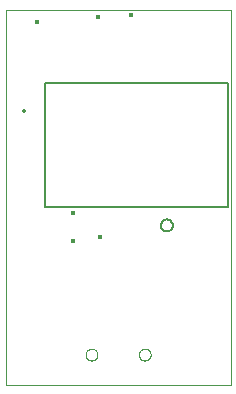
<source format=gto>
G75*
%MOIN*%
%OFA0B0*%
%FSLAX25Y25*%
%IPPOS*%
%LPD*%
%AMOC8*
5,1,8,0,0,1.08239X$1,22.5*
%
%ADD10C,0.00000*%
%ADD11C,0.00500*%
%ADD12C,0.01378*%
%ADD13R,0.01575X0.01575*%
D10*
X0021345Y0060541D02*
X0021345Y0185541D01*
X0096345Y0185541D01*
X0096345Y0060541D01*
X0021345Y0060541D01*
X0048018Y0070541D02*
X0048020Y0070629D01*
X0048026Y0070717D01*
X0048036Y0070805D01*
X0048050Y0070893D01*
X0048067Y0070979D01*
X0048089Y0071065D01*
X0048114Y0071149D01*
X0048144Y0071233D01*
X0048176Y0071315D01*
X0048213Y0071395D01*
X0048253Y0071474D01*
X0048297Y0071551D01*
X0048344Y0071626D01*
X0048394Y0071698D01*
X0048448Y0071769D01*
X0048504Y0071836D01*
X0048564Y0071902D01*
X0048626Y0071964D01*
X0048692Y0072024D01*
X0048759Y0072080D01*
X0048830Y0072134D01*
X0048902Y0072184D01*
X0048977Y0072231D01*
X0049054Y0072275D01*
X0049133Y0072315D01*
X0049213Y0072352D01*
X0049295Y0072384D01*
X0049379Y0072414D01*
X0049463Y0072439D01*
X0049549Y0072461D01*
X0049635Y0072478D01*
X0049723Y0072492D01*
X0049811Y0072502D01*
X0049899Y0072508D01*
X0049987Y0072510D01*
X0050075Y0072508D01*
X0050163Y0072502D01*
X0050251Y0072492D01*
X0050339Y0072478D01*
X0050425Y0072461D01*
X0050511Y0072439D01*
X0050595Y0072414D01*
X0050679Y0072384D01*
X0050761Y0072352D01*
X0050841Y0072315D01*
X0050920Y0072275D01*
X0050997Y0072231D01*
X0051072Y0072184D01*
X0051144Y0072134D01*
X0051215Y0072080D01*
X0051282Y0072024D01*
X0051348Y0071964D01*
X0051410Y0071902D01*
X0051470Y0071836D01*
X0051526Y0071769D01*
X0051580Y0071698D01*
X0051630Y0071626D01*
X0051677Y0071551D01*
X0051721Y0071474D01*
X0051761Y0071395D01*
X0051798Y0071315D01*
X0051830Y0071233D01*
X0051860Y0071149D01*
X0051885Y0071065D01*
X0051907Y0070979D01*
X0051924Y0070893D01*
X0051938Y0070805D01*
X0051948Y0070717D01*
X0051954Y0070629D01*
X0051956Y0070541D01*
X0051954Y0070453D01*
X0051948Y0070365D01*
X0051938Y0070277D01*
X0051924Y0070189D01*
X0051907Y0070103D01*
X0051885Y0070017D01*
X0051860Y0069933D01*
X0051830Y0069849D01*
X0051798Y0069767D01*
X0051761Y0069687D01*
X0051721Y0069608D01*
X0051677Y0069531D01*
X0051630Y0069456D01*
X0051580Y0069384D01*
X0051526Y0069313D01*
X0051470Y0069246D01*
X0051410Y0069180D01*
X0051348Y0069118D01*
X0051282Y0069058D01*
X0051215Y0069002D01*
X0051144Y0068948D01*
X0051072Y0068898D01*
X0050997Y0068851D01*
X0050920Y0068807D01*
X0050841Y0068767D01*
X0050761Y0068730D01*
X0050679Y0068698D01*
X0050595Y0068668D01*
X0050511Y0068643D01*
X0050425Y0068621D01*
X0050339Y0068604D01*
X0050251Y0068590D01*
X0050163Y0068580D01*
X0050075Y0068574D01*
X0049987Y0068572D01*
X0049899Y0068574D01*
X0049811Y0068580D01*
X0049723Y0068590D01*
X0049635Y0068604D01*
X0049549Y0068621D01*
X0049463Y0068643D01*
X0049379Y0068668D01*
X0049295Y0068698D01*
X0049213Y0068730D01*
X0049133Y0068767D01*
X0049054Y0068807D01*
X0048977Y0068851D01*
X0048902Y0068898D01*
X0048830Y0068948D01*
X0048759Y0069002D01*
X0048692Y0069058D01*
X0048626Y0069118D01*
X0048564Y0069180D01*
X0048504Y0069246D01*
X0048448Y0069313D01*
X0048394Y0069384D01*
X0048344Y0069456D01*
X0048297Y0069531D01*
X0048253Y0069608D01*
X0048213Y0069687D01*
X0048176Y0069767D01*
X0048144Y0069849D01*
X0048114Y0069933D01*
X0048089Y0070017D01*
X0048067Y0070103D01*
X0048050Y0070189D01*
X0048036Y0070277D01*
X0048026Y0070365D01*
X0048020Y0070453D01*
X0048018Y0070541D01*
X0065734Y0070541D02*
X0065736Y0070629D01*
X0065742Y0070717D01*
X0065752Y0070805D01*
X0065766Y0070893D01*
X0065783Y0070979D01*
X0065805Y0071065D01*
X0065830Y0071149D01*
X0065860Y0071233D01*
X0065892Y0071315D01*
X0065929Y0071395D01*
X0065969Y0071474D01*
X0066013Y0071551D01*
X0066060Y0071626D01*
X0066110Y0071698D01*
X0066164Y0071769D01*
X0066220Y0071836D01*
X0066280Y0071902D01*
X0066342Y0071964D01*
X0066408Y0072024D01*
X0066475Y0072080D01*
X0066546Y0072134D01*
X0066618Y0072184D01*
X0066693Y0072231D01*
X0066770Y0072275D01*
X0066849Y0072315D01*
X0066929Y0072352D01*
X0067011Y0072384D01*
X0067095Y0072414D01*
X0067179Y0072439D01*
X0067265Y0072461D01*
X0067351Y0072478D01*
X0067439Y0072492D01*
X0067527Y0072502D01*
X0067615Y0072508D01*
X0067703Y0072510D01*
X0067791Y0072508D01*
X0067879Y0072502D01*
X0067967Y0072492D01*
X0068055Y0072478D01*
X0068141Y0072461D01*
X0068227Y0072439D01*
X0068311Y0072414D01*
X0068395Y0072384D01*
X0068477Y0072352D01*
X0068557Y0072315D01*
X0068636Y0072275D01*
X0068713Y0072231D01*
X0068788Y0072184D01*
X0068860Y0072134D01*
X0068931Y0072080D01*
X0068998Y0072024D01*
X0069064Y0071964D01*
X0069126Y0071902D01*
X0069186Y0071836D01*
X0069242Y0071769D01*
X0069296Y0071698D01*
X0069346Y0071626D01*
X0069393Y0071551D01*
X0069437Y0071474D01*
X0069477Y0071395D01*
X0069514Y0071315D01*
X0069546Y0071233D01*
X0069576Y0071149D01*
X0069601Y0071065D01*
X0069623Y0070979D01*
X0069640Y0070893D01*
X0069654Y0070805D01*
X0069664Y0070717D01*
X0069670Y0070629D01*
X0069672Y0070541D01*
X0069670Y0070453D01*
X0069664Y0070365D01*
X0069654Y0070277D01*
X0069640Y0070189D01*
X0069623Y0070103D01*
X0069601Y0070017D01*
X0069576Y0069933D01*
X0069546Y0069849D01*
X0069514Y0069767D01*
X0069477Y0069687D01*
X0069437Y0069608D01*
X0069393Y0069531D01*
X0069346Y0069456D01*
X0069296Y0069384D01*
X0069242Y0069313D01*
X0069186Y0069246D01*
X0069126Y0069180D01*
X0069064Y0069118D01*
X0068998Y0069058D01*
X0068931Y0069002D01*
X0068860Y0068948D01*
X0068788Y0068898D01*
X0068713Y0068851D01*
X0068636Y0068807D01*
X0068557Y0068767D01*
X0068477Y0068730D01*
X0068395Y0068698D01*
X0068311Y0068668D01*
X0068227Y0068643D01*
X0068141Y0068621D01*
X0068055Y0068604D01*
X0067967Y0068590D01*
X0067879Y0068580D01*
X0067791Y0068574D01*
X0067703Y0068572D01*
X0067615Y0068574D01*
X0067527Y0068580D01*
X0067439Y0068590D01*
X0067351Y0068604D01*
X0067265Y0068621D01*
X0067179Y0068643D01*
X0067095Y0068668D01*
X0067011Y0068698D01*
X0066929Y0068730D01*
X0066849Y0068767D01*
X0066770Y0068807D01*
X0066693Y0068851D01*
X0066618Y0068898D01*
X0066546Y0068948D01*
X0066475Y0069002D01*
X0066408Y0069058D01*
X0066342Y0069118D01*
X0066280Y0069180D01*
X0066220Y0069246D01*
X0066164Y0069313D01*
X0066110Y0069384D01*
X0066060Y0069456D01*
X0066013Y0069531D01*
X0065969Y0069608D01*
X0065929Y0069687D01*
X0065892Y0069767D01*
X0065860Y0069849D01*
X0065830Y0069933D01*
X0065805Y0070017D01*
X0065783Y0070103D01*
X0065766Y0070189D01*
X0065752Y0070277D01*
X0065742Y0070365D01*
X0065736Y0070453D01*
X0065734Y0070541D01*
D11*
X0073126Y0113666D02*
X0073128Y0113754D01*
X0073134Y0113842D01*
X0073144Y0113930D01*
X0073158Y0114018D01*
X0073175Y0114104D01*
X0073197Y0114190D01*
X0073222Y0114274D01*
X0073252Y0114358D01*
X0073284Y0114440D01*
X0073321Y0114520D01*
X0073361Y0114599D01*
X0073405Y0114676D01*
X0073452Y0114751D01*
X0073502Y0114823D01*
X0073556Y0114894D01*
X0073612Y0114961D01*
X0073672Y0115027D01*
X0073734Y0115089D01*
X0073800Y0115149D01*
X0073867Y0115205D01*
X0073938Y0115259D01*
X0074010Y0115309D01*
X0074085Y0115356D01*
X0074162Y0115400D01*
X0074241Y0115440D01*
X0074321Y0115477D01*
X0074403Y0115509D01*
X0074487Y0115539D01*
X0074571Y0115564D01*
X0074657Y0115586D01*
X0074743Y0115603D01*
X0074831Y0115617D01*
X0074919Y0115627D01*
X0075007Y0115633D01*
X0075095Y0115635D01*
X0075183Y0115633D01*
X0075271Y0115627D01*
X0075359Y0115617D01*
X0075447Y0115603D01*
X0075533Y0115586D01*
X0075619Y0115564D01*
X0075703Y0115539D01*
X0075787Y0115509D01*
X0075869Y0115477D01*
X0075949Y0115440D01*
X0076028Y0115400D01*
X0076105Y0115356D01*
X0076180Y0115309D01*
X0076252Y0115259D01*
X0076323Y0115205D01*
X0076390Y0115149D01*
X0076456Y0115089D01*
X0076518Y0115027D01*
X0076578Y0114961D01*
X0076634Y0114894D01*
X0076688Y0114823D01*
X0076738Y0114751D01*
X0076785Y0114676D01*
X0076829Y0114599D01*
X0076869Y0114520D01*
X0076906Y0114440D01*
X0076938Y0114358D01*
X0076968Y0114274D01*
X0076993Y0114190D01*
X0077015Y0114104D01*
X0077032Y0114018D01*
X0077046Y0113930D01*
X0077056Y0113842D01*
X0077062Y0113754D01*
X0077064Y0113666D01*
X0077062Y0113578D01*
X0077056Y0113490D01*
X0077046Y0113402D01*
X0077032Y0113314D01*
X0077015Y0113228D01*
X0076993Y0113142D01*
X0076968Y0113058D01*
X0076938Y0112974D01*
X0076906Y0112892D01*
X0076869Y0112812D01*
X0076829Y0112733D01*
X0076785Y0112656D01*
X0076738Y0112581D01*
X0076688Y0112509D01*
X0076634Y0112438D01*
X0076578Y0112371D01*
X0076518Y0112305D01*
X0076456Y0112243D01*
X0076390Y0112183D01*
X0076323Y0112127D01*
X0076252Y0112073D01*
X0076180Y0112023D01*
X0076105Y0111976D01*
X0076028Y0111932D01*
X0075949Y0111892D01*
X0075869Y0111855D01*
X0075787Y0111823D01*
X0075703Y0111793D01*
X0075619Y0111768D01*
X0075533Y0111746D01*
X0075447Y0111729D01*
X0075359Y0111715D01*
X0075271Y0111705D01*
X0075183Y0111699D01*
X0075095Y0111697D01*
X0075007Y0111699D01*
X0074919Y0111705D01*
X0074831Y0111715D01*
X0074743Y0111729D01*
X0074657Y0111746D01*
X0074571Y0111768D01*
X0074487Y0111793D01*
X0074403Y0111823D01*
X0074321Y0111855D01*
X0074241Y0111892D01*
X0074162Y0111932D01*
X0074085Y0111976D01*
X0074010Y0112023D01*
X0073938Y0112073D01*
X0073867Y0112127D01*
X0073800Y0112183D01*
X0073734Y0112243D01*
X0073672Y0112305D01*
X0073612Y0112371D01*
X0073556Y0112438D01*
X0073502Y0112509D01*
X0073452Y0112581D01*
X0073405Y0112656D01*
X0073361Y0112733D01*
X0073321Y0112812D01*
X0073284Y0112892D01*
X0073252Y0112974D01*
X0073222Y0113058D01*
X0073197Y0113142D01*
X0073175Y0113228D01*
X0073158Y0113314D01*
X0073144Y0113402D01*
X0073134Y0113490D01*
X0073128Y0113578D01*
X0073126Y0113666D01*
X0095607Y0119872D02*
X0034583Y0119872D01*
X0034583Y0161211D01*
X0095607Y0161211D01*
X0095607Y0119872D01*
D12*
X0027595Y0151791D03*
D13*
X0031759Y0181447D03*
X0052014Y0183228D03*
X0063264Y0183622D03*
X0043963Y0117766D03*
X0043963Y0108391D03*
X0052940Y0109663D03*
M02*

</source>
